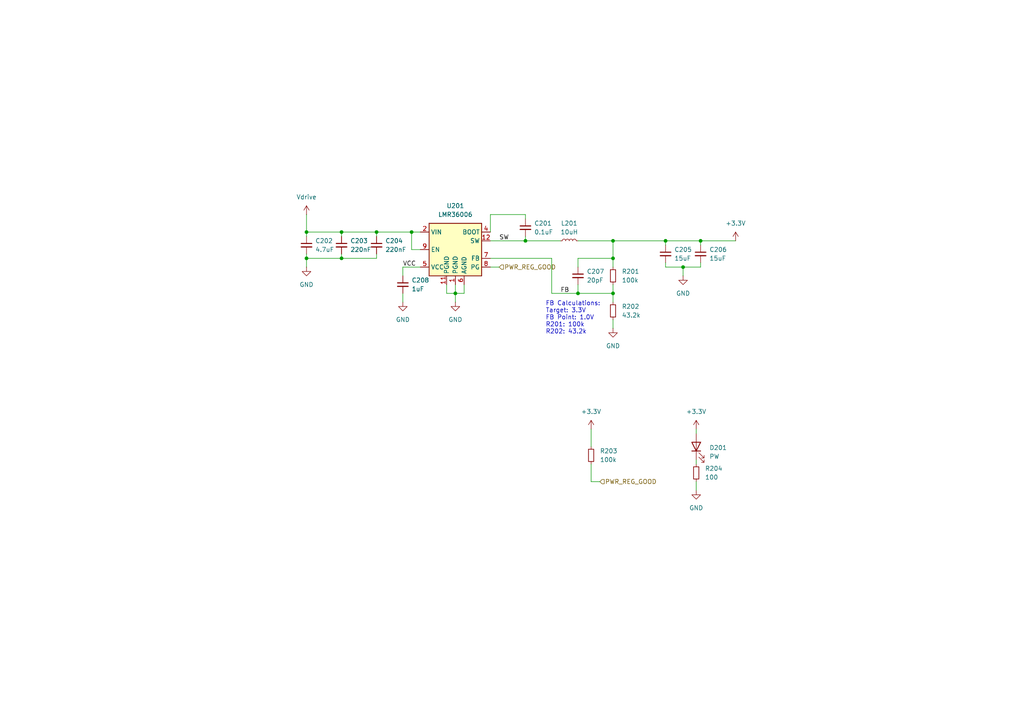
<source format=kicad_sch>
(kicad_sch (version 20250114) (generator "eeschema") (generator_version "9.0")
  (paper "A4")
  (lib_symbols
    (symbol "BVH_Power:LMR36006"
      (property "Reference" "U201" (at 0 12.7 0))
      (property "Value" "LMR36006" (at 0 10.16 0))
      (symbol "LMR36006_0_1"
        (rectangle (start -7.62 7.62) (end 7.62 -7.62) (stroke (width 0.254)) (fill (type background)))
      )
      (symbol "LMR36006_1_1"
        (pin power_in line (at -10.16 5.08 0) (length 2.54) (hide yes) (name "VIN") (number "10"))
        (pin power_in line (at -10.16 5.08 0) (length 2.54) (name "VIN") (number "2"))
        (pin input line (at -10.16 0 0) (length 2.54) (name "EN") (number "9"))
        (pin output line (at -10.16 -5.08 0) (length 2.54) (name "VCC") (number "5"))
        (pin input line (at -2.54 -10.16 90) (length 2.54) (name "PGND") (number "11"))
        (pin power_in line (at 0 -10.16 90) (length 2.54) (name "PGND") (number "1"))
        (pin power_in line (at 2.54 -10.16 90) (length 2.54) (name "AGND") (number "6"))
        (pin input line (at 10.16 5.08 180) (length 2.54) (name "BOOT") (number "4"))
        (pin power_out line (at 10.16 2.54 180) (length 2.54) (name "SW") (number "12"))
        (pin output line (at 10.16 2.54 180) (length 2.54) (hide yes) (name "SW") (number "3"))
        (pin input line (at 10.16 -2.54 180) (length 2.54) (name "FB") (number "7"))
        (pin open_collector line (at 10.16 -5.08 180) (length 2.54) (name "PG") (number "8"))
      )
    )
    (symbol "Device:C_Small" (pin_numbers (hide yes)) (pin_names (offset 0.254) (hide yes))
      (property "Reference" "C" (at 0.254 1.778 0))
      (property "Value" "C_Small" (at 0.254 -2.032 0))
      (symbol "C_Small_0_1"
        (polyline (pts (xy -1.524 0.508) (xy 1.524 0.508)) (stroke (width 0.3048)))
        (polyline (pts (xy -1.524 -0.508) (xy 1.524 -0.508)) (stroke (width 0.3302)))
      )
      (symbol "C_Small_1_1"
        (pin passive line (at 0 2.54 270) (length 2.032) (name "~") (number "1"))
        (pin passive line (at 0 -2.54 90) (length 2.032) (name "~") (number "2"))
      )
    )
    (symbol "Device:LED" (pin_numbers (hide yes)) (pin_names (offset 1.016) (hide yes))
      (property "Reference" "D" (at 0 2.54 0))
      (property "Value" "LED" (at 0 -2.54 0))
      (symbol "LED_0_1"
        (polyline (pts (xy -3.048 -0.762) (xy -4.572 -2.286) (xy -3.81 -2.286) (xy -4.572 -2.286) (xy -4.572 -1.524)))
        (polyline (pts (xy -1.778 -0.762) (xy -3.302 -2.286) (xy -2.54 -2.286) (xy -3.302 -2.286) (xy -3.302 -1.524)))
        (polyline (pts (xy -1.27 0) (xy 1.27 0)))
        (polyline (pts (xy -1.27 -1.27) (xy -1.27 1.27)) (stroke (width 0.254)))
        (polyline (pts (xy 1.27 -1.27) (xy 1.27 1.27) (xy -1.27 0) (xy 1.27 -1.27)) (stroke (width 0.254)))
      )
      (symbol "LED_1_1"
        (pin passive line (at -3.81 0 0) (length 2.54) (name "K") (number "1"))
        (pin passive line (at 3.81 0 180) (length 2.54) (name "A") (number "2"))
      )
    )
    (symbol "Device:L_Small" (pin_numbers (hide yes)) (pin_names (offset 0.254) (hide yes))
      (property "Reference" "L" (at 0.762 1.016 0))
      (property "Value" "L_Small" (at 0.762 -1.016 0))
      (symbol "L_Small_0_1"
        (arc (start 0 2.032) (mid 0.5058 1.524) (end 0 1.016))
        (arc (start 0 1.016) (mid 0.5058 0.508) (end 0 0))
        (arc (start 0 0) (mid 0.5058 -0.508) (end 0 -1.016))
        (arc (start 0 -1.016) (mid 0.5058 -1.524) (end 0 -2.032))
      )
      (symbol "L_Small_1_1"
        (pin passive line (at 0 2.54 270) (length 0.508) (name "~") (number "1"))
        (pin passive line (at 0 -2.54 90) (length 0.508) (name "~") (number "2"))
      )
    )
    (symbol "Device:R_Small" (pin_numbers (hide yes)) (pin_names (offset 0.254) (hide yes))
      (property "Reference" "R" (at 0 0 90))
      (property "Value" "R_Small" (at 1.778 0 90))
      (symbol "R_Small_0_1"
        (rectangle (start -0.762 1.778) (end 0.762 -1.778) (stroke (width 0.2032)))
      )
      (symbol "R_Small_1_1"
        (pin passive line (at 0 2.54 270) (length 0.762) (name "~") (number "1"))
        (pin passive line (at 0 -2.54 90) (length 0.762) (name "~") (number "2"))
      )
    )
    (symbol "power:+3.3V" (power) (pin_numbers (hide yes)) (pin_names (offset 0) (hide yes))
      (property "Value" "+3.3V" (at 0 3.556 0))
      (symbol "+3.3V_0_1"
        (polyline (pts (xy -0.762 1.27) (xy 0 2.54)))
        (polyline (pts (xy 0 2.54) (xy 0.762 1.27)))
        (polyline (pts (xy 0 0) (xy 0 2.54)))
      )
      (symbol "+3.3V_1_1"
        (pin power_in line (at 0 0 90) (length 0) (name "~") (number "1"))
      )
    )
    (symbol "power:GND" (power) (pin_numbers (hide yes)) (pin_names (offset 0) (hide yes))
      (property "Value" "GND" (at 0 -3.81 0))
      (symbol "GND_0_1"
        (polyline (pts (xy 0 0) (xy 0 -1.27) (xy 1.27 -1.27) (xy 0 -2.54) (xy -1.27 -1.27) (xy 0 -1.27)))
      )
      (symbol "GND_1_1"
        (pin power_in line (at 0 0 270) (length 0) (name "~") (number "1"))
      )
    )
    (symbol "power:Vdrive" (power) (pin_numbers (hide yes)) (pin_names (offset 0) (hide yes))
      (property "Value" "Vdrive" (at 0 3.556 0))
      (symbol "Vdrive_0_1"
        (polyline (pts (xy -0.762 1.27) (xy 0 2.54)))
        (polyline (pts (xy 0 2.54) (xy 0.762 1.27)))
        (polyline (pts (xy 0 0) (xy 0 2.54)))
      )
      (symbol "Vdrive_1_1"
        (pin power_in line (at 0 0 90) (length 0) (name "~") (number "1"))
      )
    )
  )
  (text "FB Calculations:\nTarget: 3.3V\nFB Point: 1.0V\nR201: 100k\nR202: 43.2k" (at 158.242 92.202 0) (effects (font (size 1.27 1.27)) (justify left)))
  (junction (at 177.8 74.93))
  (junction (at 152.4 69.85))
  (junction (at 109.22 67.31))
  (junction (at 119.38 67.31))
  (junction (at 99.06 67.31))
  (junction (at 193.04 69.85))
  (junction (at 177.8 85.09))
  (junction (at 88.9 67.31))
  (junction (at 177.8 69.85))
  (junction (at 167.64 85.09))
  (junction (at 198.12 77.47))
  (junction (at 99.06 74.93))
  (junction (at 203.2 69.85))
  (junction (at 88.9 74.93))
  (junction (at 132.08 85.09))
  (wire (pts (xy 167.64 74.93) (xy 177.8 74.93)))
  (wire (pts (xy 152.4 62.23) (xy 152.4 63.5)))
  (wire (pts (xy 201.93 133.35) (xy 201.93 134.62)))
  (wire (pts (xy 116.84 77.47) (xy 116.84 80.01)))
  (wire (pts (xy 167.64 82.55) (xy 167.64 85.09)))
  (wire (pts (xy 99.06 67.31) (xy 109.22 67.31)))
  (wire (pts (xy 201.93 124.46) (xy 201.93 125.73)))
  (wire (pts (xy 109.22 68.58) (xy 109.22 67.31)))
  (wire (pts (xy 88.9 74.93) (xy 88.9 77.47)))
  (wire (pts (xy 129.54 85.09) (xy 132.08 85.09)))
  (wire (pts (xy 203.2 71.12) (xy 203.2 69.85)))
  (wire (pts (xy 167.64 85.09) (xy 177.8 85.09)))
  (wire (pts (xy 132.08 85.09) (xy 134.62 85.09)))
  (wire (pts (xy 193.04 77.47) (xy 198.12 77.47)))
  (wire (pts (xy 203.2 69.85) (xy 213.36 69.85)))
  (wire (pts (xy 152.4 69.85) (xy 162.56 69.85)))
  (wire (pts (xy 109.22 67.31) (xy 119.38 67.31)))
  (wire (pts (xy 171.45 134.62) (xy 171.45 139.7)))
  (wire (pts (xy 142.24 77.47) (xy 144.78 77.47)))
  (wire (pts (xy 88.9 68.58) (xy 88.9 67.31)))
  (wire (pts (xy 142.24 74.93) (xy 160.02 74.93)))
  (wire (pts (xy 160.02 85.09) (xy 167.64 85.09)))
  (wire (pts (xy 152.4 68.58) (xy 152.4 69.85)))
  (wire (pts (xy 116.84 77.47) (xy 121.92 77.47)))
  (wire (pts (xy 88.9 73.66) (xy 88.9 74.93)))
  (wire (pts (xy 193.04 76.2) (xy 193.04 77.47)))
  (wire (pts (xy 177.8 82.55) (xy 177.8 85.09)))
  (wire (pts (xy 88.9 62.23) (xy 88.9 67.31)))
  (wire (pts (xy 177.8 85.09) (xy 177.8 87.63)))
  (wire (pts (xy 177.8 92.71) (xy 177.8 95.25)))
  (wire (pts (xy 88.9 74.93) (xy 99.06 74.93)))
  (wire (pts (xy 88.9 67.31) (xy 99.06 67.31)))
  (wire (pts (xy 119.38 72.39) (xy 119.38 67.31)))
  (wire (pts (xy 177.8 74.93) (xy 177.8 77.47)))
  (wire (pts (xy 142.24 69.85) (xy 152.4 69.85)))
  (wire (pts (xy 177.8 69.85) (xy 193.04 69.85)))
  (wire (pts (xy 171.45 124.46) (xy 171.45 129.54)))
  (wire (pts (xy 116.84 85.09) (xy 116.84 87.63)))
  (wire (pts (xy 177.8 69.85) (xy 177.8 74.93)))
  (wire (pts (xy 99.06 73.66) (xy 99.06 74.93)))
  (wire (pts (xy 193.04 71.12) (xy 193.04 69.85)))
  (wire (pts (xy 134.62 85.09) (xy 134.62 82.55)))
  (wire (pts (xy 129.54 82.55) (xy 129.54 85.09)))
  (wire (pts (xy 132.08 85.09) (xy 132.08 87.63)))
  (wire (pts (xy 167.64 77.47) (xy 167.64 74.93)))
  (wire (pts (xy 119.38 67.31) (xy 121.92 67.31)))
  (wire (pts (xy 99.06 68.58) (xy 99.06 67.31)))
  (wire (pts (xy 193.04 69.85) (xy 203.2 69.85)))
  (wire (pts (xy 167.64 69.85) (xy 177.8 69.85)))
  (wire (pts (xy 142.24 67.31) (xy 142.24 62.23)))
  (wire (pts (xy 132.08 82.55) (xy 132.08 85.09)))
  (wire (pts (xy 198.12 80.01) (xy 198.12 77.47)))
  (wire (pts (xy 160.02 74.93) (xy 160.02 85.09)))
  (wire (pts (xy 198.12 77.47) (xy 203.2 77.47)))
  (wire (pts (xy 109.22 74.93) (xy 109.22 73.66)))
  (wire (pts (xy 142.24 62.23) (xy 152.4 62.23)))
  (wire (pts (xy 201.93 139.7) (xy 201.93 142.24)))
  (wire (pts (xy 121.92 72.39) (xy 119.38 72.39)))
  (wire (pts (xy 171.45 139.7) (xy 173.99 139.7)))
  (wire (pts (xy 203.2 77.47) (xy 203.2 76.2)))
  (wire (pts (xy 99.06 74.93) (xy 109.22 74.93)))
  (label "FB" (at 162.56 85.09 0))
  (label "SW" (at 144.78 69.85 0))
  (label "VCC" (at 116.84 77.47 0))
  (hierarchical_label "PWR_REG_GOOD" (shape input) (at 144.78 77.47 0))
  (hierarchical_label "PWR_REG_GOOD" (shape input) (at 173.99 139.7 0))
  (symbol (lib_id "Device:C_Small") (at 203.2 73.66 0) (unit 1)
    (property "Reference" "C206" (at 205.74 72.3963 0) (effects (justify left)))
    (property "Value" "15uF" (at 205.74 74.9363 0) (effects (justify left)))
    (property "Footprint" "Capacitor_SMD:C_1206_3216Metric" (effects (hide yes)))
  )
  (symbol (lib_id "power:+3.3V") (at 213.36 69.85 0) (unit 1)
    (property "Reference" "#PWR0202" (effects (hide yes)))
    (property "Value" "+3.3V" (at 213.36 64.77 0))
    (property "Description" "Power symbol creates a global label with name \"+3.3V\"" (effects (hide yes)))
  )
  (symbol (lib_id "Device:R_Small") (at 201.93 137.16 0) (unit 1)
    (property "Reference" "R204" (at 204.47 135.89 0) (effects (justify left)))
    (property "Value" "100" (at 204.47 138.43 0) (effects (justify left)))
    (property "Footprint" "Resistor_SMD:R_0603_1608Metric" (effects (hide yes)))
    (property "Description" "Resistor, small symbol" (effects (hide yes)))
  )
  (symbol (lib_id "Device:C_Small") (at 193.04 73.66 0) (unit 1)
    (property "Reference" "C205" (at 195.58 72.3963 0) (effects (justify left)))
    (property "Value" "15uF" (at 195.58 74.9363 0) (effects (justify left)))
    (property "Footprint" "Capacitor_SMD:C_1206_3216Metric" (effects (hide yes)))
  )
  (symbol (lib_id "Device:C_Small") (at 88.9 71.12 0) (unit 1)
    (property "Reference" "C202" (at 91.44 69.8563 0) (effects (justify left)))
    (property "Value" "4.7uF" (at 91.44 72.3963 0) (effects (justify left)))
    (property "Footprint" "Capacitor_SMD:C_1206_3216Metric" (effects (hide yes)))
  )
  (symbol (lib_id "BVH_Power:LMR36006") (at 132.08 72.39 0) (unit 1)
    (property "Reference" "U201" (at 132.08 59.69 0))
    (property "Value" "LMR36006" (at 132.08 62.23 0))
    (property "Footprint" "BVH_Power:LMR36006-VQFN-HR" (effects (hide yes)))
    (property "Datasheet" "https://www.ti.com/lit/ds/symlink/lmr36006.pdf" (effects (hide yes)))
  )
  (symbol (lib_id "power:GND") (at 201.93 142.24 0) (unit 1)
    (property "Reference" "#PWR0210" (effects (hide yes)))
    (property "Value" "GND" (at 201.93 147.32 0))
    (property "Description" "Power symbol creates a global label with name \"GND\" , ground" (effects (hide yes)))
  )
  (symbol (lib_id "power:GND") (at 177.8 95.25 0) (unit 1)
    (property "Reference" "#PWR0207" (effects (hide yes)))
    (property "Value" "GND" (at 177.8 100.33 0))
    (property "Description" "Power symbol creates a global label with name \"GND\" , ground" (effects (hide yes)))
  )
  (symbol (lib_id "Device:C_Small") (at 152.4 66.04 0) (unit 1)
    (property "Reference" "C201" (at 154.94 64.7763 0) (effects (justify left)))
    (property "Value" "0.1uF" (at 154.94 67.3163 0) (effects (justify left)))
    (property "Footprint" "Capacitor_SMD:C_1206_3216Metric" (effects (hide yes)))
  )
  (symbol (lib_id "power:Vdrive") (at 88.9 62.23 0) (unit 1)
    (property "Reference" "#PWR0201" (effects (hide yes)))
    (property "Value" "Vdrive" (at 88.9 57.15 0))
    (property "Description" "Power symbol creates a global label with name \"Vdrive\"" (effects (hide yes)))
  )
  (symbol (lib_id "Device:R_Small") (at 171.45 132.08 0) (unit 1)
    (property "Reference" "R203" (at 173.99 130.81 0) (effects (justify left)))
    (property "Value" "100k" (at 173.99 133.35 0) (effects (justify left)))
    (property "Footprint" "Resistor_SMD:R_0603_1608Metric" (effects (hide yes)))
    (property "Description" "Resistor, small symbol" (effects (hide yes)))
  )
  (symbol (lib_id "Device:C_Small") (at 167.64 80.01 0) (unit 1)
    (property "Reference" "C207" (at 170.18 78.7463 0) (effects (justify left)))
    (property "Value" "20pF" (at 170.18 81.2863 0) (effects (justify left)))
    (property "Footprint" "Capacitor_SMD:C_0805_2012Metric" (effects (hide yes)))
  )
  (symbol (lib_id "power:+3.3V") (at 201.93 124.46 0) (unit 1)
    (property "Reference" "#PWR0209" (effects (hide yes)))
    (property "Value" "+3.3V" (at 201.93 119.38 0))
    (property "Description" "Power symbol creates a global label with name \"+3.3V\"" (effects (hide yes)))
  )
  (symbol (lib_id "power:GND") (at 198.12 80.01 0) (unit 1)
    (property "Reference" "#PWR0204" (effects (hide yes)))
    (property "Value" "GND" (at 198.12 85.09 0))
    (property "Description" "Power symbol creates a global label with name \"GND\" , ground" (effects (hide yes)))
  )
  (symbol (lib_id "power:GND") (at 132.08 87.63 0) (unit 1)
    (property "Reference" "#PWR0206" (effects (hide yes)))
    (property "Value" "GND" (at 132.08 92.71 0))
    (property "Description" "Power symbol creates a global label with name \"GND\" , ground" (effects (hide yes)))
  )
  (symbol (lib_id "power:+3.3V") (at 171.45 124.46 0) (unit 1)
    (property "Reference" "#PWR0208" (effects (hide yes)))
    (property "Value" "+3.3V" (at 171.45 119.38 0))
    (property "Description" "Power symbol creates a global label with name \"+3.3V\"" (effects (hide yes)))
  )
  (symbol (lib_id "power:GND") (at 88.9 77.47 0) (unit 1)
    (property "Reference" "#PWR0203" (effects (hide yes)))
    (property "Value" "GND" (at 88.9 82.55 0))
    (property "Description" "Power symbol creates a global label with name \"GND\" , ground" (effects (hide yes)))
  )
  (symbol (lib_id "Device:C_Small") (at 109.22 71.12 0) (unit 1)
    (property "Reference" "C204" (at 111.76 69.8563 0) (effects (justify left)))
    (property "Value" "220nF" (at 111.76 72.3963 0) (effects (justify left)))
    (property "Footprint" "Capacitor_SMD:C_1206_3216Metric" (effects (hide yes)))
  )
  (symbol (lib_id "power:GND") (at 116.84 87.63 0) (unit 1)
    (property "Reference" "#PWR0205" (effects (hide yes)))
    (property "Value" "GND" (at 116.84 92.71 0))
    (property "Description" "Power symbol creates a global label with name \"GND\" , ground" (effects (hide yes)))
  )
  (symbol (lib_id "Device:C_Small") (at 116.84 82.55 0) (unit 1)
    (property "Reference" "C208" (at 119.38 81.2863 0) (effects (justify left)))
    (property "Value" "1uF" (at 119.38 83.8263 0) (effects (justify left)))
    (property "Footprint" "Capacitor_SMD:C_0805_2012Metric" (effects (hide yes)))
  )
  (symbol (lib_id "Device:C_Small") (at 99.06 71.12 0) (unit 1)
    (property "Reference" "C203" (at 101.6 69.8563 0) (effects (justify left)))
    (property "Value" "220nF" (at 101.6 72.3963 0) (effects (justify left)))
    (property "Footprint" "Capacitor_SMD:C_1206_3216Metric" (effects (hide yes)))
  )
  (symbol (lib_id "Device:L_Small") (at 165.1 69.85 90) (unit 1)
    (property "Reference" "L201" (at 165.1 64.77 90))
    (property "Value" "10uH" (at 165.1 67.31 90))
    (property "Footprint" "Inductor_SMD:L_Taiyo-Yuden_MD-4040" (effects (hide yes)))
    (property "Datasheet" "https://www.tai-tech.com.tw/_upload/files/Specification/general/HPC4018NF-SERIES.pdf" (effects (hide yes)))
  )
  (symbol (lib_id "Device:R_Small") (at 177.8 90.17 0) (unit 1)
    (property "Reference" "R202" (at 180.34 88.9 0) (effects (justify left)))
    (property "Value" "43.2k" (at 180.34 91.44 0) (effects (justify left)))
    (property "Footprint" "Resistor_SMD:R_0603_1608Metric" (effects (hide yes)))
    (property "Description" "Resistor, small symbol" (effects (hide yes)))
  )
  (symbol (lib_id "Device:LED") (at 201.93 129.54 90) (unit 1)
    (property "Reference" "D201" (at 205.74 129.8574 90) (effects (justify right)))
    (property "Value" "PW" (at 205.74 132.3974 90) (effects (justify right)))
    (property "Footprint" "LED_SMD:LED_0805_2012Metric" (effects (hide yes)))
    (property "Description" "Light emitting diode" (effects (hide yes)))
    (property "Sim.Pins" "1=K 2=A" (effects (hide yes)))
  )
  (symbol (lib_id "Device:R_Small") (at 177.8 80.01 0) (unit 1)
    (property "Reference" "R201" (at 180.34 78.74 0) (effects (justify left)))
    (property "Value" "100k" (at 180.34 81.28 0) (effects (justify left)))
    (property "Footprint" "Resistor_SMD:R_0603_1608Metric" (effects (hide yes)))
    (property "Description" "Resistor, small symbol" (effects (hide yes)))
  )
)
</source>
